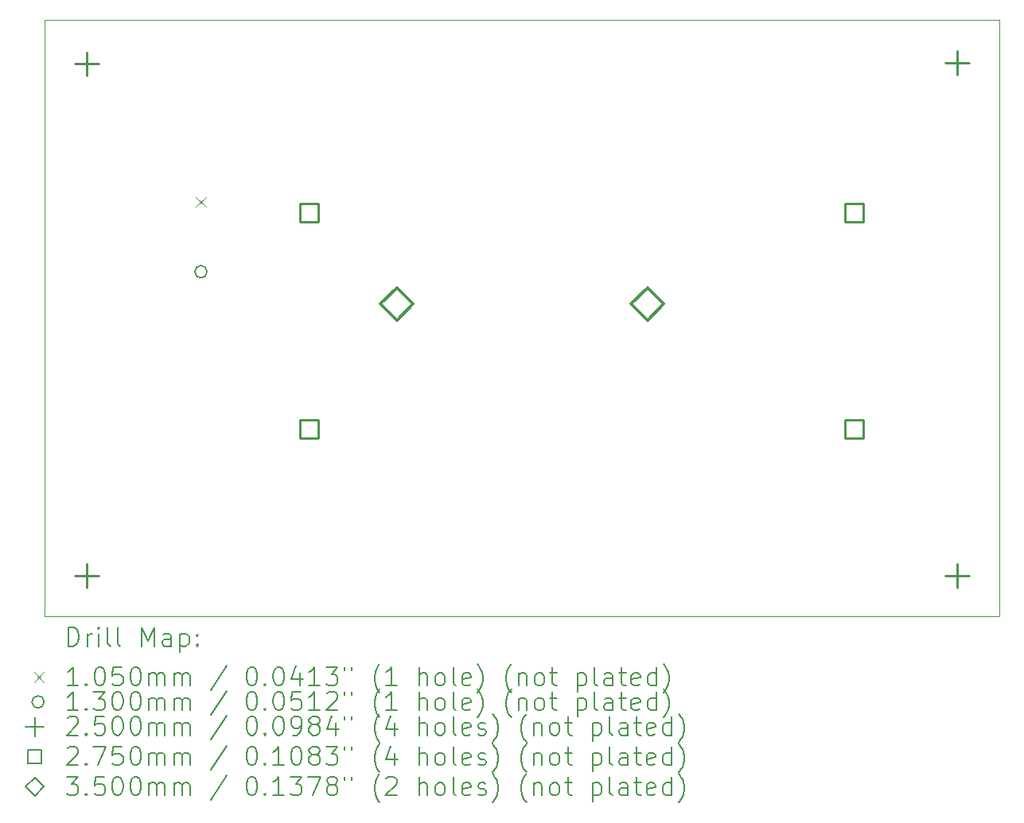
<source format=gbr>
%TF.GenerationSoftware,KiCad,Pcbnew,(6.0.7-1)-1*%
%TF.CreationDate,2023-01-09T19:50:46-06:00*%
%TF.ProjectId,Neutro_v1,4e657574-726f-45f7-9631-2e6b69636164,v1*%
%TF.SameCoordinates,Original*%
%TF.FileFunction,Drillmap*%
%TF.FilePolarity,Positive*%
%FSLAX45Y45*%
G04 Gerber Fmt 4.5, Leading zero omitted, Abs format (unit mm)*
G04 Created by KiCad (PCBNEW (6.0.7-1)-1) date 2023-01-09 19:50:46*
%MOMM*%
%LPD*%
G01*
G04 APERTURE LIST*
%ADD10C,0.100000*%
%ADD11C,0.200000*%
%ADD12C,0.105000*%
%ADD13C,0.130000*%
%ADD14C,0.250000*%
%ADD15C,0.275000*%
%ADD16C,0.350000*%
G04 APERTURE END LIST*
D10*
X10160000Y-6985000D02*
X20320000Y-6985000D01*
X20320000Y-6985000D02*
X20320000Y-13335000D01*
X20320000Y-13335000D02*
X10160000Y-13335000D01*
X10160000Y-13335000D02*
X10160000Y-6985000D01*
D11*
D12*
X11771200Y-8866210D02*
X11876200Y-8971210D01*
X11876200Y-8866210D02*
X11771200Y-8971210D01*
D13*
X11888700Y-9663710D02*
G75*
G03*
X11888700Y-9663710I-65000J0D01*
G01*
D14*
X10610000Y-7325000D02*
X10610000Y-7575000D01*
X10485000Y-7450000D02*
X10735000Y-7450000D01*
X10610000Y-12775000D02*
X10610000Y-13025000D01*
X10485000Y-12900000D02*
X10735000Y-12900000D01*
X19870000Y-7315000D02*
X19870000Y-7565000D01*
X19745000Y-7440000D02*
X19995000Y-7440000D01*
X19870000Y-12775000D02*
X19870000Y-13025000D01*
X19745000Y-12900000D02*
X19995000Y-12900000D01*
D15*
X13072228Y-9133028D02*
X13072228Y-8938572D01*
X12877772Y-8938572D01*
X12877772Y-9133028D01*
X13072228Y-9133028D01*
X13072228Y-11433028D02*
X13072228Y-11238572D01*
X12877772Y-11238572D01*
X12877772Y-11433028D01*
X13072228Y-11433028D01*
X18872228Y-9133028D02*
X18872228Y-8938572D01*
X18677772Y-8938572D01*
X18677772Y-9133028D01*
X18872228Y-9133028D01*
X18872228Y-11433028D02*
X18872228Y-11238572D01*
X18677772Y-11238572D01*
X18677772Y-11433028D01*
X18872228Y-11433028D01*
D16*
X13906500Y-10182600D02*
X14081500Y-10007600D01*
X13906500Y-9832600D01*
X13731500Y-10007600D01*
X13906500Y-10182600D01*
X16573500Y-10182600D02*
X16748500Y-10007600D01*
X16573500Y-9832600D01*
X16398500Y-10007600D01*
X16573500Y-10182600D01*
D11*
X10412619Y-13650476D02*
X10412619Y-13450476D01*
X10460238Y-13450476D01*
X10488810Y-13460000D01*
X10507857Y-13479048D01*
X10517381Y-13498095D01*
X10526905Y-13536190D01*
X10526905Y-13564762D01*
X10517381Y-13602857D01*
X10507857Y-13621905D01*
X10488810Y-13640952D01*
X10460238Y-13650476D01*
X10412619Y-13650476D01*
X10612619Y-13650476D02*
X10612619Y-13517143D01*
X10612619Y-13555238D02*
X10622143Y-13536190D01*
X10631667Y-13526667D01*
X10650714Y-13517143D01*
X10669762Y-13517143D01*
X10736429Y-13650476D02*
X10736429Y-13517143D01*
X10736429Y-13450476D02*
X10726905Y-13460000D01*
X10736429Y-13469524D01*
X10745952Y-13460000D01*
X10736429Y-13450476D01*
X10736429Y-13469524D01*
X10860238Y-13650476D02*
X10841190Y-13640952D01*
X10831667Y-13621905D01*
X10831667Y-13450476D01*
X10965000Y-13650476D02*
X10945952Y-13640952D01*
X10936429Y-13621905D01*
X10936429Y-13450476D01*
X11193571Y-13650476D02*
X11193571Y-13450476D01*
X11260238Y-13593333D01*
X11326905Y-13450476D01*
X11326905Y-13650476D01*
X11507857Y-13650476D02*
X11507857Y-13545714D01*
X11498333Y-13526667D01*
X11479286Y-13517143D01*
X11441190Y-13517143D01*
X11422143Y-13526667D01*
X11507857Y-13640952D02*
X11488809Y-13650476D01*
X11441190Y-13650476D01*
X11422143Y-13640952D01*
X11412619Y-13621905D01*
X11412619Y-13602857D01*
X11422143Y-13583809D01*
X11441190Y-13574286D01*
X11488809Y-13574286D01*
X11507857Y-13564762D01*
X11603095Y-13517143D02*
X11603095Y-13717143D01*
X11603095Y-13526667D02*
X11622143Y-13517143D01*
X11660238Y-13517143D01*
X11679286Y-13526667D01*
X11688809Y-13536190D01*
X11698333Y-13555238D01*
X11698333Y-13612381D01*
X11688809Y-13631428D01*
X11679286Y-13640952D01*
X11660238Y-13650476D01*
X11622143Y-13650476D01*
X11603095Y-13640952D01*
X11784048Y-13631428D02*
X11793571Y-13640952D01*
X11784048Y-13650476D01*
X11774524Y-13640952D01*
X11784048Y-13631428D01*
X11784048Y-13650476D01*
X11784048Y-13526667D02*
X11793571Y-13536190D01*
X11784048Y-13545714D01*
X11774524Y-13536190D01*
X11784048Y-13526667D01*
X11784048Y-13545714D01*
D12*
X10050000Y-13927500D02*
X10155000Y-14032500D01*
X10155000Y-13927500D02*
X10050000Y-14032500D01*
D11*
X10517381Y-14070476D02*
X10403095Y-14070476D01*
X10460238Y-14070476D02*
X10460238Y-13870476D01*
X10441190Y-13899048D01*
X10422143Y-13918095D01*
X10403095Y-13927619D01*
X10603095Y-14051428D02*
X10612619Y-14060952D01*
X10603095Y-14070476D01*
X10593571Y-14060952D01*
X10603095Y-14051428D01*
X10603095Y-14070476D01*
X10736429Y-13870476D02*
X10755476Y-13870476D01*
X10774524Y-13880000D01*
X10784048Y-13889524D01*
X10793571Y-13908571D01*
X10803095Y-13946667D01*
X10803095Y-13994286D01*
X10793571Y-14032381D01*
X10784048Y-14051428D01*
X10774524Y-14060952D01*
X10755476Y-14070476D01*
X10736429Y-14070476D01*
X10717381Y-14060952D01*
X10707857Y-14051428D01*
X10698333Y-14032381D01*
X10688810Y-13994286D01*
X10688810Y-13946667D01*
X10698333Y-13908571D01*
X10707857Y-13889524D01*
X10717381Y-13880000D01*
X10736429Y-13870476D01*
X10984048Y-13870476D02*
X10888810Y-13870476D01*
X10879286Y-13965714D01*
X10888810Y-13956190D01*
X10907857Y-13946667D01*
X10955476Y-13946667D01*
X10974524Y-13956190D01*
X10984048Y-13965714D01*
X10993571Y-13984762D01*
X10993571Y-14032381D01*
X10984048Y-14051428D01*
X10974524Y-14060952D01*
X10955476Y-14070476D01*
X10907857Y-14070476D01*
X10888810Y-14060952D01*
X10879286Y-14051428D01*
X11117381Y-13870476D02*
X11136429Y-13870476D01*
X11155476Y-13880000D01*
X11165000Y-13889524D01*
X11174524Y-13908571D01*
X11184048Y-13946667D01*
X11184048Y-13994286D01*
X11174524Y-14032381D01*
X11165000Y-14051428D01*
X11155476Y-14060952D01*
X11136429Y-14070476D01*
X11117381Y-14070476D01*
X11098333Y-14060952D01*
X11088810Y-14051428D01*
X11079286Y-14032381D01*
X11069762Y-13994286D01*
X11069762Y-13946667D01*
X11079286Y-13908571D01*
X11088810Y-13889524D01*
X11098333Y-13880000D01*
X11117381Y-13870476D01*
X11269762Y-14070476D02*
X11269762Y-13937143D01*
X11269762Y-13956190D02*
X11279286Y-13946667D01*
X11298333Y-13937143D01*
X11326905Y-13937143D01*
X11345952Y-13946667D01*
X11355476Y-13965714D01*
X11355476Y-14070476D01*
X11355476Y-13965714D02*
X11365000Y-13946667D01*
X11384048Y-13937143D01*
X11412619Y-13937143D01*
X11431667Y-13946667D01*
X11441190Y-13965714D01*
X11441190Y-14070476D01*
X11536428Y-14070476D02*
X11536428Y-13937143D01*
X11536428Y-13956190D02*
X11545952Y-13946667D01*
X11565000Y-13937143D01*
X11593571Y-13937143D01*
X11612619Y-13946667D01*
X11622143Y-13965714D01*
X11622143Y-14070476D01*
X11622143Y-13965714D02*
X11631667Y-13946667D01*
X11650714Y-13937143D01*
X11679286Y-13937143D01*
X11698333Y-13946667D01*
X11707857Y-13965714D01*
X11707857Y-14070476D01*
X12098333Y-13860952D02*
X11926905Y-14118095D01*
X12355476Y-13870476D02*
X12374524Y-13870476D01*
X12393571Y-13880000D01*
X12403095Y-13889524D01*
X12412619Y-13908571D01*
X12422143Y-13946667D01*
X12422143Y-13994286D01*
X12412619Y-14032381D01*
X12403095Y-14051428D01*
X12393571Y-14060952D01*
X12374524Y-14070476D01*
X12355476Y-14070476D01*
X12336428Y-14060952D01*
X12326905Y-14051428D01*
X12317381Y-14032381D01*
X12307857Y-13994286D01*
X12307857Y-13946667D01*
X12317381Y-13908571D01*
X12326905Y-13889524D01*
X12336428Y-13880000D01*
X12355476Y-13870476D01*
X12507857Y-14051428D02*
X12517381Y-14060952D01*
X12507857Y-14070476D01*
X12498333Y-14060952D01*
X12507857Y-14051428D01*
X12507857Y-14070476D01*
X12641190Y-13870476D02*
X12660238Y-13870476D01*
X12679286Y-13880000D01*
X12688809Y-13889524D01*
X12698333Y-13908571D01*
X12707857Y-13946667D01*
X12707857Y-13994286D01*
X12698333Y-14032381D01*
X12688809Y-14051428D01*
X12679286Y-14060952D01*
X12660238Y-14070476D01*
X12641190Y-14070476D01*
X12622143Y-14060952D01*
X12612619Y-14051428D01*
X12603095Y-14032381D01*
X12593571Y-13994286D01*
X12593571Y-13946667D01*
X12603095Y-13908571D01*
X12612619Y-13889524D01*
X12622143Y-13880000D01*
X12641190Y-13870476D01*
X12879286Y-13937143D02*
X12879286Y-14070476D01*
X12831667Y-13860952D02*
X12784048Y-14003809D01*
X12907857Y-14003809D01*
X13088809Y-14070476D02*
X12974524Y-14070476D01*
X13031667Y-14070476D02*
X13031667Y-13870476D01*
X13012619Y-13899048D01*
X12993571Y-13918095D01*
X12974524Y-13927619D01*
X13155476Y-13870476D02*
X13279286Y-13870476D01*
X13212619Y-13946667D01*
X13241190Y-13946667D01*
X13260238Y-13956190D01*
X13269762Y-13965714D01*
X13279286Y-13984762D01*
X13279286Y-14032381D01*
X13269762Y-14051428D01*
X13260238Y-14060952D01*
X13241190Y-14070476D01*
X13184048Y-14070476D01*
X13165000Y-14060952D01*
X13155476Y-14051428D01*
X13355476Y-13870476D02*
X13355476Y-13908571D01*
X13431667Y-13870476D02*
X13431667Y-13908571D01*
X13726905Y-14146667D02*
X13717381Y-14137143D01*
X13698333Y-14108571D01*
X13688809Y-14089524D01*
X13679286Y-14060952D01*
X13669762Y-14013333D01*
X13669762Y-13975238D01*
X13679286Y-13927619D01*
X13688809Y-13899048D01*
X13698333Y-13880000D01*
X13717381Y-13851428D01*
X13726905Y-13841905D01*
X13907857Y-14070476D02*
X13793571Y-14070476D01*
X13850714Y-14070476D02*
X13850714Y-13870476D01*
X13831667Y-13899048D01*
X13812619Y-13918095D01*
X13793571Y-13927619D01*
X14145952Y-14070476D02*
X14145952Y-13870476D01*
X14231667Y-14070476D02*
X14231667Y-13965714D01*
X14222143Y-13946667D01*
X14203095Y-13937143D01*
X14174524Y-13937143D01*
X14155476Y-13946667D01*
X14145952Y-13956190D01*
X14355476Y-14070476D02*
X14336428Y-14060952D01*
X14326905Y-14051428D01*
X14317381Y-14032381D01*
X14317381Y-13975238D01*
X14326905Y-13956190D01*
X14336428Y-13946667D01*
X14355476Y-13937143D01*
X14384048Y-13937143D01*
X14403095Y-13946667D01*
X14412619Y-13956190D01*
X14422143Y-13975238D01*
X14422143Y-14032381D01*
X14412619Y-14051428D01*
X14403095Y-14060952D01*
X14384048Y-14070476D01*
X14355476Y-14070476D01*
X14536428Y-14070476D02*
X14517381Y-14060952D01*
X14507857Y-14041905D01*
X14507857Y-13870476D01*
X14688809Y-14060952D02*
X14669762Y-14070476D01*
X14631667Y-14070476D01*
X14612619Y-14060952D01*
X14603095Y-14041905D01*
X14603095Y-13965714D01*
X14612619Y-13946667D01*
X14631667Y-13937143D01*
X14669762Y-13937143D01*
X14688809Y-13946667D01*
X14698333Y-13965714D01*
X14698333Y-13984762D01*
X14603095Y-14003809D01*
X14765000Y-14146667D02*
X14774524Y-14137143D01*
X14793571Y-14108571D01*
X14803095Y-14089524D01*
X14812619Y-14060952D01*
X14822143Y-14013333D01*
X14822143Y-13975238D01*
X14812619Y-13927619D01*
X14803095Y-13899048D01*
X14793571Y-13880000D01*
X14774524Y-13851428D01*
X14765000Y-13841905D01*
X15126905Y-14146667D02*
X15117381Y-14137143D01*
X15098333Y-14108571D01*
X15088809Y-14089524D01*
X15079286Y-14060952D01*
X15069762Y-14013333D01*
X15069762Y-13975238D01*
X15079286Y-13927619D01*
X15088809Y-13899048D01*
X15098333Y-13880000D01*
X15117381Y-13851428D01*
X15126905Y-13841905D01*
X15203095Y-13937143D02*
X15203095Y-14070476D01*
X15203095Y-13956190D02*
X15212619Y-13946667D01*
X15231667Y-13937143D01*
X15260238Y-13937143D01*
X15279286Y-13946667D01*
X15288809Y-13965714D01*
X15288809Y-14070476D01*
X15412619Y-14070476D02*
X15393571Y-14060952D01*
X15384048Y-14051428D01*
X15374524Y-14032381D01*
X15374524Y-13975238D01*
X15384048Y-13956190D01*
X15393571Y-13946667D01*
X15412619Y-13937143D01*
X15441190Y-13937143D01*
X15460238Y-13946667D01*
X15469762Y-13956190D01*
X15479286Y-13975238D01*
X15479286Y-14032381D01*
X15469762Y-14051428D01*
X15460238Y-14060952D01*
X15441190Y-14070476D01*
X15412619Y-14070476D01*
X15536428Y-13937143D02*
X15612619Y-13937143D01*
X15565000Y-13870476D02*
X15565000Y-14041905D01*
X15574524Y-14060952D01*
X15593571Y-14070476D01*
X15612619Y-14070476D01*
X15831667Y-13937143D02*
X15831667Y-14137143D01*
X15831667Y-13946667D02*
X15850714Y-13937143D01*
X15888809Y-13937143D01*
X15907857Y-13946667D01*
X15917381Y-13956190D01*
X15926905Y-13975238D01*
X15926905Y-14032381D01*
X15917381Y-14051428D01*
X15907857Y-14060952D01*
X15888809Y-14070476D01*
X15850714Y-14070476D01*
X15831667Y-14060952D01*
X16041190Y-14070476D02*
X16022143Y-14060952D01*
X16012619Y-14041905D01*
X16012619Y-13870476D01*
X16203095Y-14070476D02*
X16203095Y-13965714D01*
X16193571Y-13946667D01*
X16174524Y-13937143D01*
X16136428Y-13937143D01*
X16117381Y-13946667D01*
X16203095Y-14060952D02*
X16184048Y-14070476D01*
X16136428Y-14070476D01*
X16117381Y-14060952D01*
X16107857Y-14041905D01*
X16107857Y-14022857D01*
X16117381Y-14003809D01*
X16136428Y-13994286D01*
X16184048Y-13994286D01*
X16203095Y-13984762D01*
X16269762Y-13937143D02*
X16345952Y-13937143D01*
X16298333Y-13870476D02*
X16298333Y-14041905D01*
X16307857Y-14060952D01*
X16326905Y-14070476D01*
X16345952Y-14070476D01*
X16488809Y-14060952D02*
X16469762Y-14070476D01*
X16431667Y-14070476D01*
X16412619Y-14060952D01*
X16403095Y-14041905D01*
X16403095Y-13965714D01*
X16412619Y-13946667D01*
X16431667Y-13937143D01*
X16469762Y-13937143D01*
X16488809Y-13946667D01*
X16498333Y-13965714D01*
X16498333Y-13984762D01*
X16403095Y-14003809D01*
X16669762Y-14070476D02*
X16669762Y-13870476D01*
X16669762Y-14060952D02*
X16650714Y-14070476D01*
X16612619Y-14070476D01*
X16593571Y-14060952D01*
X16584048Y-14051428D01*
X16574524Y-14032381D01*
X16574524Y-13975238D01*
X16584048Y-13956190D01*
X16593571Y-13946667D01*
X16612619Y-13937143D01*
X16650714Y-13937143D01*
X16669762Y-13946667D01*
X16745952Y-14146667D02*
X16755476Y-14137143D01*
X16774524Y-14108571D01*
X16784048Y-14089524D01*
X16793571Y-14060952D01*
X16803095Y-14013333D01*
X16803095Y-13975238D01*
X16793571Y-13927619D01*
X16784048Y-13899048D01*
X16774524Y-13880000D01*
X16755476Y-13851428D01*
X16745952Y-13841905D01*
D13*
X10155000Y-14244000D02*
G75*
G03*
X10155000Y-14244000I-65000J0D01*
G01*
D11*
X10517381Y-14334476D02*
X10403095Y-14334476D01*
X10460238Y-14334476D02*
X10460238Y-14134476D01*
X10441190Y-14163048D01*
X10422143Y-14182095D01*
X10403095Y-14191619D01*
X10603095Y-14315428D02*
X10612619Y-14324952D01*
X10603095Y-14334476D01*
X10593571Y-14324952D01*
X10603095Y-14315428D01*
X10603095Y-14334476D01*
X10679286Y-14134476D02*
X10803095Y-14134476D01*
X10736429Y-14210667D01*
X10765000Y-14210667D01*
X10784048Y-14220190D01*
X10793571Y-14229714D01*
X10803095Y-14248762D01*
X10803095Y-14296381D01*
X10793571Y-14315428D01*
X10784048Y-14324952D01*
X10765000Y-14334476D01*
X10707857Y-14334476D01*
X10688810Y-14324952D01*
X10679286Y-14315428D01*
X10926905Y-14134476D02*
X10945952Y-14134476D01*
X10965000Y-14144000D01*
X10974524Y-14153524D01*
X10984048Y-14172571D01*
X10993571Y-14210667D01*
X10993571Y-14258286D01*
X10984048Y-14296381D01*
X10974524Y-14315428D01*
X10965000Y-14324952D01*
X10945952Y-14334476D01*
X10926905Y-14334476D01*
X10907857Y-14324952D01*
X10898333Y-14315428D01*
X10888810Y-14296381D01*
X10879286Y-14258286D01*
X10879286Y-14210667D01*
X10888810Y-14172571D01*
X10898333Y-14153524D01*
X10907857Y-14144000D01*
X10926905Y-14134476D01*
X11117381Y-14134476D02*
X11136429Y-14134476D01*
X11155476Y-14144000D01*
X11165000Y-14153524D01*
X11174524Y-14172571D01*
X11184048Y-14210667D01*
X11184048Y-14258286D01*
X11174524Y-14296381D01*
X11165000Y-14315428D01*
X11155476Y-14324952D01*
X11136429Y-14334476D01*
X11117381Y-14334476D01*
X11098333Y-14324952D01*
X11088810Y-14315428D01*
X11079286Y-14296381D01*
X11069762Y-14258286D01*
X11069762Y-14210667D01*
X11079286Y-14172571D01*
X11088810Y-14153524D01*
X11098333Y-14144000D01*
X11117381Y-14134476D01*
X11269762Y-14334476D02*
X11269762Y-14201143D01*
X11269762Y-14220190D02*
X11279286Y-14210667D01*
X11298333Y-14201143D01*
X11326905Y-14201143D01*
X11345952Y-14210667D01*
X11355476Y-14229714D01*
X11355476Y-14334476D01*
X11355476Y-14229714D02*
X11365000Y-14210667D01*
X11384048Y-14201143D01*
X11412619Y-14201143D01*
X11431667Y-14210667D01*
X11441190Y-14229714D01*
X11441190Y-14334476D01*
X11536428Y-14334476D02*
X11536428Y-14201143D01*
X11536428Y-14220190D02*
X11545952Y-14210667D01*
X11565000Y-14201143D01*
X11593571Y-14201143D01*
X11612619Y-14210667D01*
X11622143Y-14229714D01*
X11622143Y-14334476D01*
X11622143Y-14229714D02*
X11631667Y-14210667D01*
X11650714Y-14201143D01*
X11679286Y-14201143D01*
X11698333Y-14210667D01*
X11707857Y-14229714D01*
X11707857Y-14334476D01*
X12098333Y-14124952D02*
X11926905Y-14382095D01*
X12355476Y-14134476D02*
X12374524Y-14134476D01*
X12393571Y-14144000D01*
X12403095Y-14153524D01*
X12412619Y-14172571D01*
X12422143Y-14210667D01*
X12422143Y-14258286D01*
X12412619Y-14296381D01*
X12403095Y-14315428D01*
X12393571Y-14324952D01*
X12374524Y-14334476D01*
X12355476Y-14334476D01*
X12336428Y-14324952D01*
X12326905Y-14315428D01*
X12317381Y-14296381D01*
X12307857Y-14258286D01*
X12307857Y-14210667D01*
X12317381Y-14172571D01*
X12326905Y-14153524D01*
X12336428Y-14144000D01*
X12355476Y-14134476D01*
X12507857Y-14315428D02*
X12517381Y-14324952D01*
X12507857Y-14334476D01*
X12498333Y-14324952D01*
X12507857Y-14315428D01*
X12507857Y-14334476D01*
X12641190Y-14134476D02*
X12660238Y-14134476D01*
X12679286Y-14144000D01*
X12688809Y-14153524D01*
X12698333Y-14172571D01*
X12707857Y-14210667D01*
X12707857Y-14258286D01*
X12698333Y-14296381D01*
X12688809Y-14315428D01*
X12679286Y-14324952D01*
X12660238Y-14334476D01*
X12641190Y-14334476D01*
X12622143Y-14324952D01*
X12612619Y-14315428D01*
X12603095Y-14296381D01*
X12593571Y-14258286D01*
X12593571Y-14210667D01*
X12603095Y-14172571D01*
X12612619Y-14153524D01*
X12622143Y-14144000D01*
X12641190Y-14134476D01*
X12888809Y-14134476D02*
X12793571Y-14134476D01*
X12784048Y-14229714D01*
X12793571Y-14220190D01*
X12812619Y-14210667D01*
X12860238Y-14210667D01*
X12879286Y-14220190D01*
X12888809Y-14229714D01*
X12898333Y-14248762D01*
X12898333Y-14296381D01*
X12888809Y-14315428D01*
X12879286Y-14324952D01*
X12860238Y-14334476D01*
X12812619Y-14334476D01*
X12793571Y-14324952D01*
X12784048Y-14315428D01*
X13088809Y-14334476D02*
X12974524Y-14334476D01*
X13031667Y-14334476D02*
X13031667Y-14134476D01*
X13012619Y-14163048D01*
X12993571Y-14182095D01*
X12974524Y-14191619D01*
X13165000Y-14153524D02*
X13174524Y-14144000D01*
X13193571Y-14134476D01*
X13241190Y-14134476D01*
X13260238Y-14144000D01*
X13269762Y-14153524D01*
X13279286Y-14172571D01*
X13279286Y-14191619D01*
X13269762Y-14220190D01*
X13155476Y-14334476D01*
X13279286Y-14334476D01*
X13355476Y-14134476D02*
X13355476Y-14172571D01*
X13431667Y-14134476D02*
X13431667Y-14172571D01*
X13726905Y-14410667D02*
X13717381Y-14401143D01*
X13698333Y-14372571D01*
X13688809Y-14353524D01*
X13679286Y-14324952D01*
X13669762Y-14277333D01*
X13669762Y-14239238D01*
X13679286Y-14191619D01*
X13688809Y-14163048D01*
X13698333Y-14144000D01*
X13717381Y-14115428D01*
X13726905Y-14105905D01*
X13907857Y-14334476D02*
X13793571Y-14334476D01*
X13850714Y-14334476D02*
X13850714Y-14134476D01*
X13831667Y-14163048D01*
X13812619Y-14182095D01*
X13793571Y-14191619D01*
X14145952Y-14334476D02*
X14145952Y-14134476D01*
X14231667Y-14334476D02*
X14231667Y-14229714D01*
X14222143Y-14210667D01*
X14203095Y-14201143D01*
X14174524Y-14201143D01*
X14155476Y-14210667D01*
X14145952Y-14220190D01*
X14355476Y-14334476D02*
X14336428Y-14324952D01*
X14326905Y-14315428D01*
X14317381Y-14296381D01*
X14317381Y-14239238D01*
X14326905Y-14220190D01*
X14336428Y-14210667D01*
X14355476Y-14201143D01*
X14384048Y-14201143D01*
X14403095Y-14210667D01*
X14412619Y-14220190D01*
X14422143Y-14239238D01*
X14422143Y-14296381D01*
X14412619Y-14315428D01*
X14403095Y-14324952D01*
X14384048Y-14334476D01*
X14355476Y-14334476D01*
X14536428Y-14334476D02*
X14517381Y-14324952D01*
X14507857Y-14305905D01*
X14507857Y-14134476D01*
X14688809Y-14324952D02*
X14669762Y-14334476D01*
X14631667Y-14334476D01*
X14612619Y-14324952D01*
X14603095Y-14305905D01*
X14603095Y-14229714D01*
X14612619Y-14210667D01*
X14631667Y-14201143D01*
X14669762Y-14201143D01*
X14688809Y-14210667D01*
X14698333Y-14229714D01*
X14698333Y-14248762D01*
X14603095Y-14267809D01*
X14765000Y-14410667D02*
X14774524Y-14401143D01*
X14793571Y-14372571D01*
X14803095Y-14353524D01*
X14812619Y-14324952D01*
X14822143Y-14277333D01*
X14822143Y-14239238D01*
X14812619Y-14191619D01*
X14803095Y-14163048D01*
X14793571Y-14144000D01*
X14774524Y-14115428D01*
X14765000Y-14105905D01*
X15126905Y-14410667D02*
X15117381Y-14401143D01*
X15098333Y-14372571D01*
X15088809Y-14353524D01*
X15079286Y-14324952D01*
X15069762Y-14277333D01*
X15069762Y-14239238D01*
X15079286Y-14191619D01*
X15088809Y-14163048D01*
X15098333Y-14144000D01*
X15117381Y-14115428D01*
X15126905Y-14105905D01*
X15203095Y-14201143D02*
X15203095Y-14334476D01*
X15203095Y-14220190D02*
X15212619Y-14210667D01*
X15231667Y-14201143D01*
X15260238Y-14201143D01*
X15279286Y-14210667D01*
X15288809Y-14229714D01*
X15288809Y-14334476D01*
X15412619Y-14334476D02*
X15393571Y-14324952D01*
X15384048Y-14315428D01*
X15374524Y-14296381D01*
X15374524Y-14239238D01*
X15384048Y-14220190D01*
X15393571Y-14210667D01*
X15412619Y-14201143D01*
X15441190Y-14201143D01*
X15460238Y-14210667D01*
X15469762Y-14220190D01*
X15479286Y-14239238D01*
X15479286Y-14296381D01*
X15469762Y-14315428D01*
X15460238Y-14324952D01*
X15441190Y-14334476D01*
X15412619Y-14334476D01*
X15536428Y-14201143D02*
X15612619Y-14201143D01*
X15565000Y-14134476D02*
X15565000Y-14305905D01*
X15574524Y-14324952D01*
X15593571Y-14334476D01*
X15612619Y-14334476D01*
X15831667Y-14201143D02*
X15831667Y-14401143D01*
X15831667Y-14210667D02*
X15850714Y-14201143D01*
X15888809Y-14201143D01*
X15907857Y-14210667D01*
X15917381Y-14220190D01*
X15926905Y-14239238D01*
X15926905Y-14296381D01*
X15917381Y-14315428D01*
X15907857Y-14324952D01*
X15888809Y-14334476D01*
X15850714Y-14334476D01*
X15831667Y-14324952D01*
X16041190Y-14334476D02*
X16022143Y-14324952D01*
X16012619Y-14305905D01*
X16012619Y-14134476D01*
X16203095Y-14334476D02*
X16203095Y-14229714D01*
X16193571Y-14210667D01*
X16174524Y-14201143D01*
X16136428Y-14201143D01*
X16117381Y-14210667D01*
X16203095Y-14324952D02*
X16184048Y-14334476D01*
X16136428Y-14334476D01*
X16117381Y-14324952D01*
X16107857Y-14305905D01*
X16107857Y-14286857D01*
X16117381Y-14267809D01*
X16136428Y-14258286D01*
X16184048Y-14258286D01*
X16203095Y-14248762D01*
X16269762Y-14201143D02*
X16345952Y-14201143D01*
X16298333Y-14134476D02*
X16298333Y-14305905D01*
X16307857Y-14324952D01*
X16326905Y-14334476D01*
X16345952Y-14334476D01*
X16488809Y-14324952D02*
X16469762Y-14334476D01*
X16431667Y-14334476D01*
X16412619Y-14324952D01*
X16403095Y-14305905D01*
X16403095Y-14229714D01*
X16412619Y-14210667D01*
X16431667Y-14201143D01*
X16469762Y-14201143D01*
X16488809Y-14210667D01*
X16498333Y-14229714D01*
X16498333Y-14248762D01*
X16403095Y-14267809D01*
X16669762Y-14334476D02*
X16669762Y-14134476D01*
X16669762Y-14324952D02*
X16650714Y-14334476D01*
X16612619Y-14334476D01*
X16593571Y-14324952D01*
X16584048Y-14315428D01*
X16574524Y-14296381D01*
X16574524Y-14239238D01*
X16584048Y-14220190D01*
X16593571Y-14210667D01*
X16612619Y-14201143D01*
X16650714Y-14201143D01*
X16669762Y-14210667D01*
X16745952Y-14410667D02*
X16755476Y-14401143D01*
X16774524Y-14372571D01*
X16784048Y-14353524D01*
X16793571Y-14324952D01*
X16803095Y-14277333D01*
X16803095Y-14239238D01*
X16793571Y-14191619D01*
X16784048Y-14163048D01*
X16774524Y-14144000D01*
X16755476Y-14115428D01*
X16745952Y-14105905D01*
X10055000Y-14408000D02*
X10055000Y-14608000D01*
X9955000Y-14508000D02*
X10155000Y-14508000D01*
X10403095Y-14417524D02*
X10412619Y-14408000D01*
X10431667Y-14398476D01*
X10479286Y-14398476D01*
X10498333Y-14408000D01*
X10507857Y-14417524D01*
X10517381Y-14436571D01*
X10517381Y-14455619D01*
X10507857Y-14484190D01*
X10393571Y-14598476D01*
X10517381Y-14598476D01*
X10603095Y-14579428D02*
X10612619Y-14588952D01*
X10603095Y-14598476D01*
X10593571Y-14588952D01*
X10603095Y-14579428D01*
X10603095Y-14598476D01*
X10793571Y-14398476D02*
X10698333Y-14398476D01*
X10688810Y-14493714D01*
X10698333Y-14484190D01*
X10717381Y-14474667D01*
X10765000Y-14474667D01*
X10784048Y-14484190D01*
X10793571Y-14493714D01*
X10803095Y-14512762D01*
X10803095Y-14560381D01*
X10793571Y-14579428D01*
X10784048Y-14588952D01*
X10765000Y-14598476D01*
X10717381Y-14598476D01*
X10698333Y-14588952D01*
X10688810Y-14579428D01*
X10926905Y-14398476D02*
X10945952Y-14398476D01*
X10965000Y-14408000D01*
X10974524Y-14417524D01*
X10984048Y-14436571D01*
X10993571Y-14474667D01*
X10993571Y-14522286D01*
X10984048Y-14560381D01*
X10974524Y-14579428D01*
X10965000Y-14588952D01*
X10945952Y-14598476D01*
X10926905Y-14598476D01*
X10907857Y-14588952D01*
X10898333Y-14579428D01*
X10888810Y-14560381D01*
X10879286Y-14522286D01*
X10879286Y-14474667D01*
X10888810Y-14436571D01*
X10898333Y-14417524D01*
X10907857Y-14408000D01*
X10926905Y-14398476D01*
X11117381Y-14398476D02*
X11136429Y-14398476D01*
X11155476Y-14408000D01*
X11165000Y-14417524D01*
X11174524Y-14436571D01*
X11184048Y-14474667D01*
X11184048Y-14522286D01*
X11174524Y-14560381D01*
X11165000Y-14579428D01*
X11155476Y-14588952D01*
X11136429Y-14598476D01*
X11117381Y-14598476D01*
X11098333Y-14588952D01*
X11088810Y-14579428D01*
X11079286Y-14560381D01*
X11069762Y-14522286D01*
X11069762Y-14474667D01*
X11079286Y-14436571D01*
X11088810Y-14417524D01*
X11098333Y-14408000D01*
X11117381Y-14398476D01*
X11269762Y-14598476D02*
X11269762Y-14465143D01*
X11269762Y-14484190D02*
X11279286Y-14474667D01*
X11298333Y-14465143D01*
X11326905Y-14465143D01*
X11345952Y-14474667D01*
X11355476Y-14493714D01*
X11355476Y-14598476D01*
X11355476Y-14493714D02*
X11365000Y-14474667D01*
X11384048Y-14465143D01*
X11412619Y-14465143D01*
X11431667Y-14474667D01*
X11441190Y-14493714D01*
X11441190Y-14598476D01*
X11536428Y-14598476D02*
X11536428Y-14465143D01*
X11536428Y-14484190D02*
X11545952Y-14474667D01*
X11565000Y-14465143D01*
X11593571Y-14465143D01*
X11612619Y-14474667D01*
X11622143Y-14493714D01*
X11622143Y-14598476D01*
X11622143Y-14493714D02*
X11631667Y-14474667D01*
X11650714Y-14465143D01*
X11679286Y-14465143D01*
X11698333Y-14474667D01*
X11707857Y-14493714D01*
X11707857Y-14598476D01*
X12098333Y-14388952D02*
X11926905Y-14646095D01*
X12355476Y-14398476D02*
X12374524Y-14398476D01*
X12393571Y-14408000D01*
X12403095Y-14417524D01*
X12412619Y-14436571D01*
X12422143Y-14474667D01*
X12422143Y-14522286D01*
X12412619Y-14560381D01*
X12403095Y-14579428D01*
X12393571Y-14588952D01*
X12374524Y-14598476D01*
X12355476Y-14598476D01*
X12336428Y-14588952D01*
X12326905Y-14579428D01*
X12317381Y-14560381D01*
X12307857Y-14522286D01*
X12307857Y-14474667D01*
X12317381Y-14436571D01*
X12326905Y-14417524D01*
X12336428Y-14408000D01*
X12355476Y-14398476D01*
X12507857Y-14579428D02*
X12517381Y-14588952D01*
X12507857Y-14598476D01*
X12498333Y-14588952D01*
X12507857Y-14579428D01*
X12507857Y-14598476D01*
X12641190Y-14398476D02*
X12660238Y-14398476D01*
X12679286Y-14408000D01*
X12688809Y-14417524D01*
X12698333Y-14436571D01*
X12707857Y-14474667D01*
X12707857Y-14522286D01*
X12698333Y-14560381D01*
X12688809Y-14579428D01*
X12679286Y-14588952D01*
X12660238Y-14598476D01*
X12641190Y-14598476D01*
X12622143Y-14588952D01*
X12612619Y-14579428D01*
X12603095Y-14560381D01*
X12593571Y-14522286D01*
X12593571Y-14474667D01*
X12603095Y-14436571D01*
X12612619Y-14417524D01*
X12622143Y-14408000D01*
X12641190Y-14398476D01*
X12803095Y-14598476D02*
X12841190Y-14598476D01*
X12860238Y-14588952D01*
X12869762Y-14579428D01*
X12888809Y-14550857D01*
X12898333Y-14512762D01*
X12898333Y-14436571D01*
X12888809Y-14417524D01*
X12879286Y-14408000D01*
X12860238Y-14398476D01*
X12822143Y-14398476D01*
X12803095Y-14408000D01*
X12793571Y-14417524D01*
X12784048Y-14436571D01*
X12784048Y-14484190D01*
X12793571Y-14503238D01*
X12803095Y-14512762D01*
X12822143Y-14522286D01*
X12860238Y-14522286D01*
X12879286Y-14512762D01*
X12888809Y-14503238D01*
X12898333Y-14484190D01*
X13012619Y-14484190D02*
X12993571Y-14474667D01*
X12984048Y-14465143D01*
X12974524Y-14446095D01*
X12974524Y-14436571D01*
X12984048Y-14417524D01*
X12993571Y-14408000D01*
X13012619Y-14398476D01*
X13050714Y-14398476D01*
X13069762Y-14408000D01*
X13079286Y-14417524D01*
X13088809Y-14436571D01*
X13088809Y-14446095D01*
X13079286Y-14465143D01*
X13069762Y-14474667D01*
X13050714Y-14484190D01*
X13012619Y-14484190D01*
X12993571Y-14493714D01*
X12984048Y-14503238D01*
X12974524Y-14522286D01*
X12974524Y-14560381D01*
X12984048Y-14579428D01*
X12993571Y-14588952D01*
X13012619Y-14598476D01*
X13050714Y-14598476D01*
X13069762Y-14588952D01*
X13079286Y-14579428D01*
X13088809Y-14560381D01*
X13088809Y-14522286D01*
X13079286Y-14503238D01*
X13069762Y-14493714D01*
X13050714Y-14484190D01*
X13260238Y-14465143D02*
X13260238Y-14598476D01*
X13212619Y-14388952D02*
X13165000Y-14531809D01*
X13288809Y-14531809D01*
X13355476Y-14398476D02*
X13355476Y-14436571D01*
X13431667Y-14398476D02*
X13431667Y-14436571D01*
X13726905Y-14674667D02*
X13717381Y-14665143D01*
X13698333Y-14636571D01*
X13688809Y-14617524D01*
X13679286Y-14588952D01*
X13669762Y-14541333D01*
X13669762Y-14503238D01*
X13679286Y-14455619D01*
X13688809Y-14427048D01*
X13698333Y-14408000D01*
X13717381Y-14379428D01*
X13726905Y-14369905D01*
X13888809Y-14465143D02*
X13888809Y-14598476D01*
X13841190Y-14388952D02*
X13793571Y-14531809D01*
X13917381Y-14531809D01*
X14145952Y-14598476D02*
X14145952Y-14398476D01*
X14231667Y-14598476D02*
X14231667Y-14493714D01*
X14222143Y-14474667D01*
X14203095Y-14465143D01*
X14174524Y-14465143D01*
X14155476Y-14474667D01*
X14145952Y-14484190D01*
X14355476Y-14598476D02*
X14336428Y-14588952D01*
X14326905Y-14579428D01*
X14317381Y-14560381D01*
X14317381Y-14503238D01*
X14326905Y-14484190D01*
X14336428Y-14474667D01*
X14355476Y-14465143D01*
X14384048Y-14465143D01*
X14403095Y-14474667D01*
X14412619Y-14484190D01*
X14422143Y-14503238D01*
X14422143Y-14560381D01*
X14412619Y-14579428D01*
X14403095Y-14588952D01*
X14384048Y-14598476D01*
X14355476Y-14598476D01*
X14536428Y-14598476D02*
X14517381Y-14588952D01*
X14507857Y-14569905D01*
X14507857Y-14398476D01*
X14688809Y-14588952D02*
X14669762Y-14598476D01*
X14631667Y-14598476D01*
X14612619Y-14588952D01*
X14603095Y-14569905D01*
X14603095Y-14493714D01*
X14612619Y-14474667D01*
X14631667Y-14465143D01*
X14669762Y-14465143D01*
X14688809Y-14474667D01*
X14698333Y-14493714D01*
X14698333Y-14512762D01*
X14603095Y-14531809D01*
X14774524Y-14588952D02*
X14793571Y-14598476D01*
X14831667Y-14598476D01*
X14850714Y-14588952D01*
X14860238Y-14569905D01*
X14860238Y-14560381D01*
X14850714Y-14541333D01*
X14831667Y-14531809D01*
X14803095Y-14531809D01*
X14784048Y-14522286D01*
X14774524Y-14503238D01*
X14774524Y-14493714D01*
X14784048Y-14474667D01*
X14803095Y-14465143D01*
X14831667Y-14465143D01*
X14850714Y-14474667D01*
X14926905Y-14674667D02*
X14936428Y-14665143D01*
X14955476Y-14636571D01*
X14965000Y-14617524D01*
X14974524Y-14588952D01*
X14984048Y-14541333D01*
X14984048Y-14503238D01*
X14974524Y-14455619D01*
X14965000Y-14427048D01*
X14955476Y-14408000D01*
X14936428Y-14379428D01*
X14926905Y-14369905D01*
X15288809Y-14674667D02*
X15279286Y-14665143D01*
X15260238Y-14636571D01*
X15250714Y-14617524D01*
X15241190Y-14588952D01*
X15231667Y-14541333D01*
X15231667Y-14503238D01*
X15241190Y-14455619D01*
X15250714Y-14427048D01*
X15260238Y-14408000D01*
X15279286Y-14379428D01*
X15288809Y-14369905D01*
X15365000Y-14465143D02*
X15365000Y-14598476D01*
X15365000Y-14484190D02*
X15374524Y-14474667D01*
X15393571Y-14465143D01*
X15422143Y-14465143D01*
X15441190Y-14474667D01*
X15450714Y-14493714D01*
X15450714Y-14598476D01*
X15574524Y-14598476D02*
X15555476Y-14588952D01*
X15545952Y-14579428D01*
X15536428Y-14560381D01*
X15536428Y-14503238D01*
X15545952Y-14484190D01*
X15555476Y-14474667D01*
X15574524Y-14465143D01*
X15603095Y-14465143D01*
X15622143Y-14474667D01*
X15631667Y-14484190D01*
X15641190Y-14503238D01*
X15641190Y-14560381D01*
X15631667Y-14579428D01*
X15622143Y-14588952D01*
X15603095Y-14598476D01*
X15574524Y-14598476D01*
X15698333Y-14465143D02*
X15774524Y-14465143D01*
X15726905Y-14398476D02*
X15726905Y-14569905D01*
X15736428Y-14588952D01*
X15755476Y-14598476D01*
X15774524Y-14598476D01*
X15993571Y-14465143D02*
X15993571Y-14665143D01*
X15993571Y-14474667D02*
X16012619Y-14465143D01*
X16050714Y-14465143D01*
X16069762Y-14474667D01*
X16079286Y-14484190D01*
X16088809Y-14503238D01*
X16088809Y-14560381D01*
X16079286Y-14579428D01*
X16069762Y-14588952D01*
X16050714Y-14598476D01*
X16012619Y-14598476D01*
X15993571Y-14588952D01*
X16203095Y-14598476D02*
X16184048Y-14588952D01*
X16174524Y-14569905D01*
X16174524Y-14398476D01*
X16365000Y-14598476D02*
X16365000Y-14493714D01*
X16355476Y-14474667D01*
X16336428Y-14465143D01*
X16298333Y-14465143D01*
X16279286Y-14474667D01*
X16365000Y-14588952D02*
X16345952Y-14598476D01*
X16298333Y-14598476D01*
X16279286Y-14588952D01*
X16269762Y-14569905D01*
X16269762Y-14550857D01*
X16279286Y-14531809D01*
X16298333Y-14522286D01*
X16345952Y-14522286D01*
X16365000Y-14512762D01*
X16431667Y-14465143D02*
X16507857Y-14465143D01*
X16460238Y-14398476D02*
X16460238Y-14569905D01*
X16469762Y-14588952D01*
X16488809Y-14598476D01*
X16507857Y-14598476D01*
X16650714Y-14588952D02*
X16631667Y-14598476D01*
X16593571Y-14598476D01*
X16574524Y-14588952D01*
X16565000Y-14569905D01*
X16565000Y-14493714D01*
X16574524Y-14474667D01*
X16593571Y-14465143D01*
X16631667Y-14465143D01*
X16650714Y-14474667D01*
X16660238Y-14493714D01*
X16660238Y-14512762D01*
X16565000Y-14531809D01*
X16831667Y-14598476D02*
X16831667Y-14398476D01*
X16831667Y-14588952D02*
X16812619Y-14598476D01*
X16774524Y-14598476D01*
X16755476Y-14588952D01*
X16745952Y-14579428D01*
X16736428Y-14560381D01*
X16736428Y-14503238D01*
X16745952Y-14484190D01*
X16755476Y-14474667D01*
X16774524Y-14465143D01*
X16812619Y-14465143D01*
X16831667Y-14474667D01*
X16907857Y-14674667D02*
X16917381Y-14665143D01*
X16936429Y-14636571D01*
X16945952Y-14617524D01*
X16955476Y-14588952D01*
X16965000Y-14541333D01*
X16965000Y-14503238D01*
X16955476Y-14455619D01*
X16945952Y-14427048D01*
X16936429Y-14408000D01*
X16917381Y-14379428D01*
X16907857Y-14369905D01*
X10125711Y-14898711D02*
X10125711Y-14757289D01*
X9984289Y-14757289D01*
X9984289Y-14898711D01*
X10125711Y-14898711D01*
X10403095Y-14737524D02*
X10412619Y-14728000D01*
X10431667Y-14718476D01*
X10479286Y-14718476D01*
X10498333Y-14728000D01*
X10507857Y-14737524D01*
X10517381Y-14756571D01*
X10517381Y-14775619D01*
X10507857Y-14804190D01*
X10393571Y-14918476D01*
X10517381Y-14918476D01*
X10603095Y-14899428D02*
X10612619Y-14908952D01*
X10603095Y-14918476D01*
X10593571Y-14908952D01*
X10603095Y-14899428D01*
X10603095Y-14918476D01*
X10679286Y-14718476D02*
X10812619Y-14718476D01*
X10726905Y-14918476D01*
X10984048Y-14718476D02*
X10888810Y-14718476D01*
X10879286Y-14813714D01*
X10888810Y-14804190D01*
X10907857Y-14794667D01*
X10955476Y-14794667D01*
X10974524Y-14804190D01*
X10984048Y-14813714D01*
X10993571Y-14832762D01*
X10993571Y-14880381D01*
X10984048Y-14899428D01*
X10974524Y-14908952D01*
X10955476Y-14918476D01*
X10907857Y-14918476D01*
X10888810Y-14908952D01*
X10879286Y-14899428D01*
X11117381Y-14718476D02*
X11136429Y-14718476D01*
X11155476Y-14728000D01*
X11165000Y-14737524D01*
X11174524Y-14756571D01*
X11184048Y-14794667D01*
X11184048Y-14842286D01*
X11174524Y-14880381D01*
X11165000Y-14899428D01*
X11155476Y-14908952D01*
X11136429Y-14918476D01*
X11117381Y-14918476D01*
X11098333Y-14908952D01*
X11088810Y-14899428D01*
X11079286Y-14880381D01*
X11069762Y-14842286D01*
X11069762Y-14794667D01*
X11079286Y-14756571D01*
X11088810Y-14737524D01*
X11098333Y-14728000D01*
X11117381Y-14718476D01*
X11269762Y-14918476D02*
X11269762Y-14785143D01*
X11269762Y-14804190D02*
X11279286Y-14794667D01*
X11298333Y-14785143D01*
X11326905Y-14785143D01*
X11345952Y-14794667D01*
X11355476Y-14813714D01*
X11355476Y-14918476D01*
X11355476Y-14813714D02*
X11365000Y-14794667D01*
X11384048Y-14785143D01*
X11412619Y-14785143D01*
X11431667Y-14794667D01*
X11441190Y-14813714D01*
X11441190Y-14918476D01*
X11536428Y-14918476D02*
X11536428Y-14785143D01*
X11536428Y-14804190D02*
X11545952Y-14794667D01*
X11565000Y-14785143D01*
X11593571Y-14785143D01*
X11612619Y-14794667D01*
X11622143Y-14813714D01*
X11622143Y-14918476D01*
X11622143Y-14813714D02*
X11631667Y-14794667D01*
X11650714Y-14785143D01*
X11679286Y-14785143D01*
X11698333Y-14794667D01*
X11707857Y-14813714D01*
X11707857Y-14918476D01*
X12098333Y-14708952D02*
X11926905Y-14966095D01*
X12355476Y-14718476D02*
X12374524Y-14718476D01*
X12393571Y-14728000D01*
X12403095Y-14737524D01*
X12412619Y-14756571D01*
X12422143Y-14794667D01*
X12422143Y-14842286D01*
X12412619Y-14880381D01*
X12403095Y-14899428D01*
X12393571Y-14908952D01*
X12374524Y-14918476D01*
X12355476Y-14918476D01*
X12336428Y-14908952D01*
X12326905Y-14899428D01*
X12317381Y-14880381D01*
X12307857Y-14842286D01*
X12307857Y-14794667D01*
X12317381Y-14756571D01*
X12326905Y-14737524D01*
X12336428Y-14728000D01*
X12355476Y-14718476D01*
X12507857Y-14899428D02*
X12517381Y-14908952D01*
X12507857Y-14918476D01*
X12498333Y-14908952D01*
X12507857Y-14899428D01*
X12507857Y-14918476D01*
X12707857Y-14918476D02*
X12593571Y-14918476D01*
X12650714Y-14918476D02*
X12650714Y-14718476D01*
X12631667Y-14747048D01*
X12612619Y-14766095D01*
X12593571Y-14775619D01*
X12831667Y-14718476D02*
X12850714Y-14718476D01*
X12869762Y-14728000D01*
X12879286Y-14737524D01*
X12888809Y-14756571D01*
X12898333Y-14794667D01*
X12898333Y-14842286D01*
X12888809Y-14880381D01*
X12879286Y-14899428D01*
X12869762Y-14908952D01*
X12850714Y-14918476D01*
X12831667Y-14918476D01*
X12812619Y-14908952D01*
X12803095Y-14899428D01*
X12793571Y-14880381D01*
X12784048Y-14842286D01*
X12784048Y-14794667D01*
X12793571Y-14756571D01*
X12803095Y-14737524D01*
X12812619Y-14728000D01*
X12831667Y-14718476D01*
X13012619Y-14804190D02*
X12993571Y-14794667D01*
X12984048Y-14785143D01*
X12974524Y-14766095D01*
X12974524Y-14756571D01*
X12984048Y-14737524D01*
X12993571Y-14728000D01*
X13012619Y-14718476D01*
X13050714Y-14718476D01*
X13069762Y-14728000D01*
X13079286Y-14737524D01*
X13088809Y-14756571D01*
X13088809Y-14766095D01*
X13079286Y-14785143D01*
X13069762Y-14794667D01*
X13050714Y-14804190D01*
X13012619Y-14804190D01*
X12993571Y-14813714D01*
X12984048Y-14823238D01*
X12974524Y-14842286D01*
X12974524Y-14880381D01*
X12984048Y-14899428D01*
X12993571Y-14908952D01*
X13012619Y-14918476D01*
X13050714Y-14918476D01*
X13069762Y-14908952D01*
X13079286Y-14899428D01*
X13088809Y-14880381D01*
X13088809Y-14842286D01*
X13079286Y-14823238D01*
X13069762Y-14813714D01*
X13050714Y-14804190D01*
X13155476Y-14718476D02*
X13279286Y-14718476D01*
X13212619Y-14794667D01*
X13241190Y-14794667D01*
X13260238Y-14804190D01*
X13269762Y-14813714D01*
X13279286Y-14832762D01*
X13279286Y-14880381D01*
X13269762Y-14899428D01*
X13260238Y-14908952D01*
X13241190Y-14918476D01*
X13184048Y-14918476D01*
X13165000Y-14908952D01*
X13155476Y-14899428D01*
X13355476Y-14718476D02*
X13355476Y-14756571D01*
X13431667Y-14718476D02*
X13431667Y-14756571D01*
X13726905Y-14994667D02*
X13717381Y-14985143D01*
X13698333Y-14956571D01*
X13688809Y-14937524D01*
X13679286Y-14908952D01*
X13669762Y-14861333D01*
X13669762Y-14823238D01*
X13679286Y-14775619D01*
X13688809Y-14747048D01*
X13698333Y-14728000D01*
X13717381Y-14699428D01*
X13726905Y-14689905D01*
X13888809Y-14785143D02*
X13888809Y-14918476D01*
X13841190Y-14708952D02*
X13793571Y-14851809D01*
X13917381Y-14851809D01*
X14145952Y-14918476D02*
X14145952Y-14718476D01*
X14231667Y-14918476D02*
X14231667Y-14813714D01*
X14222143Y-14794667D01*
X14203095Y-14785143D01*
X14174524Y-14785143D01*
X14155476Y-14794667D01*
X14145952Y-14804190D01*
X14355476Y-14918476D02*
X14336428Y-14908952D01*
X14326905Y-14899428D01*
X14317381Y-14880381D01*
X14317381Y-14823238D01*
X14326905Y-14804190D01*
X14336428Y-14794667D01*
X14355476Y-14785143D01*
X14384048Y-14785143D01*
X14403095Y-14794667D01*
X14412619Y-14804190D01*
X14422143Y-14823238D01*
X14422143Y-14880381D01*
X14412619Y-14899428D01*
X14403095Y-14908952D01*
X14384048Y-14918476D01*
X14355476Y-14918476D01*
X14536428Y-14918476D02*
X14517381Y-14908952D01*
X14507857Y-14889905D01*
X14507857Y-14718476D01*
X14688809Y-14908952D02*
X14669762Y-14918476D01*
X14631667Y-14918476D01*
X14612619Y-14908952D01*
X14603095Y-14889905D01*
X14603095Y-14813714D01*
X14612619Y-14794667D01*
X14631667Y-14785143D01*
X14669762Y-14785143D01*
X14688809Y-14794667D01*
X14698333Y-14813714D01*
X14698333Y-14832762D01*
X14603095Y-14851809D01*
X14774524Y-14908952D02*
X14793571Y-14918476D01*
X14831667Y-14918476D01*
X14850714Y-14908952D01*
X14860238Y-14889905D01*
X14860238Y-14880381D01*
X14850714Y-14861333D01*
X14831667Y-14851809D01*
X14803095Y-14851809D01*
X14784048Y-14842286D01*
X14774524Y-14823238D01*
X14774524Y-14813714D01*
X14784048Y-14794667D01*
X14803095Y-14785143D01*
X14831667Y-14785143D01*
X14850714Y-14794667D01*
X14926905Y-14994667D02*
X14936428Y-14985143D01*
X14955476Y-14956571D01*
X14965000Y-14937524D01*
X14974524Y-14908952D01*
X14984048Y-14861333D01*
X14984048Y-14823238D01*
X14974524Y-14775619D01*
X14965000Y-14747048D01*
X14955476Y-14728000D01*
X14936428Y-14699428D01*
X14926905Y-14689905D01*
X15288809Y-14994667D02*
X15279286Y-14985143D01*
X15260238Y-14956571D01*
X15250714Y-14937524D01*
X15241190Y-14908952D01*
X15231667Y-14861333D01*
X15231667Y-14823238D01*
X15241190Y-14775619D01*
X15250714Y-14747048D01*
X15260238Y-14728000D01*
X15279286Y-14699428D01*
X15288809Y-14689905D01*
X15365000Y-14785143D02*
X15365000Y-14918476D01*
X15365000Y-14804190D02*
X15374524Y-14794667D01*
X15393571Y-14785143D01*
X15422143Y-14785143D01*
X15441190Y-14794667D01*
X15450714Y-14813714D01*
X15450714Y-14918476D01*
X15574524Y-14918476D02*
X15555476Y-14908952D01*
X15545952Y-14899428D01*
X15536428Y-14880381D01*
X15536428Y-14823238D01*
X15545952Y-14804190D01*
X15555476Y-14794667D01*
X15574524Y-14785143D01*
X15603095Y-14785143D01*
X15622143Y-14794667D01*
X15631667Y-14804190D01*
X15641190Y-14823238D01*
X15641190Y-14880381D01*
X15631667Y-14899428D01*
X15622143Y-14908952D01*
X15603095Y-14918476D01*
X15574524Y-14918476D01*
X15698333Y-14785143D02*
X15774524Y-14785143D01*
X15726905Y-14718476D02*
X15726905Y-14889905D01*
X15736428Y-14908952D01*
X15755476Y-14918476D01*
X15774524Y-14918476D01*
X15993571Y-14785143D02*
X15993571Y-14985143D01*
X15993571Y-14794667D02*
X16012619Y-14785143D01*
X16050714Y-14785143D01*
X16069762Y-14794667D01*
X16079286Y-14804190D01*
X16088809Y-14823238D01*
X16088809Y-14880381D01*
X16079286Y-14899428D01*
X16069762Y-14908952D01*
X16050714Y-14918476D01*
X16012619Y-14918476D01*
X15993571Y-14908952D01*
X16203095Y-14918476D02*
X16184048Y-14908952D01*
X16174524Y-14889905D01*
X16174524Y-14718476D01*
X16365000Y-14918476D02*
X16365000Y-14813714D01*
X16355476Y-14794667D01*
X16336428Y-14785143D01*
X16298333Y-14785143D01*
X16279286Y-14794667D01*
X16365000Y-14908952D02*
X16345952Y-14918476D01*
X16298333Y-14918476D01*
X16279286Y-14908952D01*
X16269762Y-14889905D01*
X16269762Y-14870857D01*
X16279286Y-14851809D01*
X16298333Y-14842286D01*
X16345952Y-14842286D01*
X16365000Y-14832762D01*
X16431667Y-14785143D02*
X16507857Y-14785143D01*
X16460238Y-14718476D02*
X16460238Y-14889905D01*
X16469762Y-14908952D01*
X16488809Y-14918476D01*
X16507857Y-14918476D01*
X16650714Y-14908952D02*
X16631667Y-14918476D01*
X16593571Y-14918476D01*
X16574524Y-14908952D01*
X16565000Y-14889905D01*
X16565000Y-14813714D01*
X16574524Y-14794667D01*
X16593571Y-14785143D01*
X16631667Y-14785143D01*
X16650714Y-14794667D01*
X16660238Y-14813714D01*
X16660238Y-14832762D01*
X16565000Y-14851809D01*
X16831667Y-14918476D02*
X16831667Y-14718476D01*
X16831667Y-14908952D02*
X16812619Y-14918476D01*
X16774524Y-14918476D01*
X16755476Y-14908952D01*
X16745952Y-14899428D01*
X16736428Y-14880381D01*
X16736428Y-14823238D01*
X16745952Y-14804190D01*
X16755476Y-14794667D01*
X16774524Y-14785143D01*
X16812619Y-14785143D01*
X16831667Y-14794667D01*
X16907857Y-14994667D02*
X16917381Y-14985143D01*
X16936429Y-14956571D01*
X16945952Y-14937524D01*
X16955476Y-14908952D01*
X16965000Y-14861333D01*
X16965000Y-14823238D01*
X16955476Y-14775619D01*
X16945952Y-14747048D01*
X16936429Y-14728000D01*
X16917381Y-14699428D01*
X16907857Y-14689905D01*
X10055000Y-15248000D02*
X10155000Y-15148000D01*
X10055000Y-15048000D01*
X9955000Y-15148000D01*
X10055000Y-15248000D01*
X10393571Y-15038476D02*
X10517381Y-15038476D01*
X10450714Y-15114667D01*
X10479286Y-15114667D01*
X10498333Y-15124190D01*
X10507857Y-15133714D01*
X10517381Y-15152762D01*
X10517381Y-15200381D01*
X10507857Y-15219428D01*
X10498333Y-15228952D01*
X10479286Y-15238476D01*
X10422143Y-15238476D01*
X10403095Y-15228952D01*
X10393571Y-15219428D01*
X10603095Y-15219428D02*
X10612619Y-15228952D01*
X10603095Y-15238476D01*
X10593571Y-15228952D01*
X10603095Y-15219428D01*
X10603095Y-15238476D01*
X10793571Y-15038476D02*
X10698333Y-15038476D01*
X10688810Y-15133714D01*
X10698333Y-15124190D01*
X10717381Y-15114667D01*
X10765000Y-15114667D01*
X10784048Y-15124190D01*
X10793571Y-15133714D01*
X10803095Y-15152762D01*
X10803095Y-15200381D01*
X10793571Y-15219428D01*
X10784048Y-15228952D01*
X10765000Y-15238476D01*
X10717381Y-15238476D01*
X10698333Y-15228952D01*
X10688810Y-15219428D01*
X10926905Y-15038476D02*
X10945952Y-15038476D01*
X10965000Y-15048000D01*
X10974524Y-15057524D01*
X10984048Y-15076571D01*
X10993571Y-15114667D01*
X10993571Y-15162286D01*
X10984048Y-15200381D01*
X10974524Y-15219428D01*
X10965000Y-15228952D01*
X10945952Y-15238476D01*
X10926905Y-15238476D01*
X10907857Y-15228952D01*
X10898333Y-15219428D01*
X10888810Y-15200381D01*
X10879286Y-15162286D01*
X10879286Y-15114667D01*
X10888810Y-15076571D01*
X10898333Y-15057524D01*
X10907857Y-15048000D01*
X10926905Y-15038476D01*
X11117381Y-15038476D02*
X11136429Y-15038476D01*
X11155476Y-15048000D01*
X11165000Y-15057524D01*
X11174524Y-15076571D01*
X11184048Y-15114667D01*
X11184048Y-15162286D01*
X11174524Y-15200381D01*
X11165000Y-15219428D01*
X11155476Y-15228952D01*
X11136429Y-15238476D01*
X11117381Y-15238476D01*
X11098333Y-15228952D01*
X11088810Y-15219428D01*
X11079286Y-15200381D01*
X11069762Y-15162286D01*
X11069762Y-15114667D01*
X11079286Y-15076571D01*
X11088810Y-15057524D01*
X11098333Y-15048000D01*
X11117381Y-15038476D01*
X11269762Y-15238476D02*
X11269762Y-15105143D01*
X11269762Y-15124190D02*
X11279286Y-15114667D01*
X11298333Y-15105143D01*
X11326905Y-15105143D01*
X11345952Y-15114667D01*
X11355476Y-15133714D01*
X11355476Y-15238476D01*
X11355476Y-15133714D02*
X11365000Y-15114667D01*
X11384048Y-15105143D01*
X11412619Y-15105143D01*
X11431667Y-15114667D01*
X11441190Y-15133714D01*
X11441190Y-15238476D01*
X11536428Y-15238476D02*
X11536428Y-15105143D01*
X11536428Y-15124190D02*
X11545952Y-15114667D01*
X11565000Y-15105143D01*
X11593571Y-15105143D01*
X11612619Y-15114667D01*
X11622143Y-15133714D01*
X11622143Y-15238476D01*
X11622143Y-15133714D02*
X11631667Y-15114667D01*
X11650714Y-15105143D01*
X11679286Y-15105143D01*
X11698333Y-15114667D01*
X11707857Y-15133714D01*
X11707857Y-15238476D01*
X12098333Y-15028952D02*
X11926905Y-15286095D01*
X12355476Y-15038476D02*
X12374524Y-15038476D01*
X12393571Y-15048000D01*
X12403095Y-15057524D01*
X12412619Y-15076571D01*
X12422143Y-15114667D01*
X12422143Y-15162286D01*
X12412619Y-15200381D01*
X12403095Y-15219428D01*
X12393571Y-15228952D01*
X12374524Y-15238476D01*
X12355476Y-15238476D01*
X12336428Y-15228952D01*
X12326905Y-15219428D01*
X12317381Y-15200381D01*
X12307857Y-15162286D01*
X12307857Y-15114667D01*
X12317381Y-15076571D01*
X12326905Y-15057524D01*
X12336428Y-15048000D01*
X12355476Y-15038476D01*
X12507857Y-15219428D02*
X12517381Y-15228952D01*
X12507857Y-15238476D01*
X12498333Y-15228952D01*
X12507857Y-15219428D01*
X12507857Y-15238476D01*
X12707857Y-15238476D02*
X12593571Y-15238476D01*
X12650714Y-15238476D02*
X12650714Y-15038476D01*
X12631667Y-15067048D01*
X12612619Y-15086095D01*
X12593571Y-15095619D01*
X12774524Y-15038476D02*
X12898333Y-15038476D01*
X12831667Y-15114667D01*
X12860238Y-15114667D01*
X12879286Y-15124190D01*
X12888809Y-15133714D01*
X12898333Y-15152762D01*
X12898333Y-15200381D01*
X12888809Y-15219428D01*
X12879286Y-15228952D01*
X12860238Y-15238476D01*
X12803095Y-15238476D01*
X12784048Y-15228952D01*
X12774524Y-15219428D01*
X12965000Y-15038476D02*
X13098333Y-15038476D01*
X13012619Y-15238476D01*
X13203095Y-15124190D02*
X13184048Y-15114667D01*
X13174524Y-15105143D01*
X13165000Y-15086095D01*
X13165000Y-15076571D01*
X13174524Y-15057524D01*
X13184048Y-15048000D01*
X13203095Y-15038476D01*
X13241190Y-15038476D01*
X13260238Y-15048000D01*
X13269762Y-15057524D01*
X13279286Y-15076571D01*
X13279286Y-15086095D01*
X13269762Y-15105143D01*
X13260238Y-15114667D01*
X13241190Y-15124190D01*
X13203095Y-15124190D01*
X13184048Y-15133714D01*
X13174524Y-15143238D01*
X13165000Y-15162286D01*
X13165000Y-15200381D01*
X13174524Y-15219428D01*
X13184048Y-15228952D01*
X13203095Y-15238476D01*
X13241190Y-15238476D01*
X13260238Y-15228952D01*
X13269762Y-15219428D01*
X13279286Y-15200381D01*
X13279286Y-15162286D01*
X13269762Y-15143238D01*
X13260238Y-15133714D01*
X13241190Y-15124190D01*
X13355476Y-15038476D02*
X13355476Y-15076571D01*
X13431667Y-15038476D02*
X13431667Y-15076571D01*
X13726905Y-15314667D02*
X13717381Y-15305143D01*
X13698333Y-15276571D01*
X13688809Y-15257524D01*
X13679286Y-15228952D01*
X13669762Y-15181333D01*
X13669762Y-15143238D01*
X13679286Y-15095619D01*
X13688809Y-15067048D01*
X13698333Y-15048000D01*
X13717381Y-15019428D01*
X13726905Y-15009905D01*
X13793571Y-15057524D02*
X13803095Y-15048000D01*
X13822143Y-15038476D01*
X13869762Y-15038476D01*
X13888809Y-15048000D01*
X13898333Y-15057524D01*
X13907857Y-15076571D01*
X13907857Y-15095619D01*
X13898333Y-15124190D01*
X13784048Y-15238476D01*
X13907857Y-15238476D01*
X14145952Y-15238476D02*
X14145952Y-15038476D01*
X14231667Y-15238476D02*
X14231667Y-15133714D01*
X14222143Y-15114667D01*
X14203095Y-15105143D01*
X14174524Y-15105143D01*
X14155476Y-15114667D01*
X14145952Y-15124190D01*
X14355476Y-15238476D02*
X14336428Y-15228952D01*
X14326905Y-15219428D01*
X14317381Y-15200381D01*
X14317381Y-15143238D01*
X14326905Y-15124190D01*
X14336428Y-15114667D01*
X14355476Y-15105143D01*
X14384048Y-15105143D01*
X14403095Y-15114667D01*
X14412619Y-15124190D01*
X14422143Y-15143238D01*
X14422143Y-15200381D01*
X14412619Y-15219428D01*
X14403095Y-15228952D01*
X14384048Y-15238476D01*
X14355476Y-15238476D01*
X14536428Y-15238476D02*
X14517381Y-15228952D01*
X14507857Y-15209905D01*
X14507857Y-15038476D01*
X14688809Y-15228952D02*
X14669762Y-15238476D01*
X14631667Y-15238476D01*
X14612619Y-15228952D01*
X14603095Y-15209905D01*
X14603095Y-15133714D01*
X14612619Y-15114667D01*
X14631667Y-15105143D01*
X14669762Y-15105143D01*
X14688809Y-15114667D01*
X14698333Y-15133714D01*
X14698333Y-15152762D01*
X14603095Y-15171809D01*
X14774524Y-15228952D02*
X14793571Y-15238476D01*
X14831667Y-15238476D01*
X14850714Y-15228952D01*
X14860238Y-15209905D01*
X14860238Y-15200381D01*
X14850714Y-15181333D01*
X14831667Y-15171809D01*
X14803095Y-15171809D01*
X14784048Y-15162286D01*
X14774524Y-15143238D01*
X14774524Y-15133714D01*
X14784048Y-15114667D01*
X14803095Y-15105143D01*
X14831667Y-15105143D01*
X14850714Y-15114667D01*
X14926905Y-15314667D02*
X14936428Y-15305143D01*
X14955476Y-15276571D01*
X14965000Y-15257524D01*
X14974524Y-15228952D01*
X14984048Y-15181333D01*
X14984048Y-15143238D01*
X14974524Y-15095619D01*
X14965000Y-15067048D01*
X14955476Y-15048000D01*
X14936428Y-15019428D01*
X14926905Y-15009905D01*
X15288809Y-15314667D02*
X15279286Y-15305143D01*
X15260238Y-15276571D01*
X15250714Y-15257524D01*
X15241190Y-15228952D01*
X15231667Y-15181333D01*
X15231667Y-15143238D01*
X15241190Y-15095619D01*
X15250714Y-15067048D01*
X15260238Y-15048000D01*
X15279286Y-15019428D01*
X15288809Y-15009905D01*
X15365000Y-15105143D02*
X15365000Y-15238476D01*
X15365000Y-15124190D02*
X15374524Y-15114667D01*
X15393571Y-15105143D01*
X15422143Y-15105143D01*
X15441190Y-15114667D01*
X15450714Y-15133714D01*
X15450714Y-15238476D01*
X15574524Y-15238476D02*
X15555476Y-15228952D01*
X15545952Y-15219428D01*
X15536428Y-15200381D01*
X15536428Y-15143238D01*
X15545952Y-15124190D01*
X15555476Y-15114667D01*
X15574524Y-15105143D01*
X15603095Y-15105143D01*
X15622143Y-15114667D01*
X15631667Y-15124190D01*
X15641190Y-15143238D01*
X15641190Y-15200381D01*
X15631667Y-15219428D01*
X15622143Y-15228952D01*
X15603095Y-15238476D01*
X15574524Y-15238476D01*
X15698333Y-15105143D02*
X15774524Y-15105143D01*
X15726905Y-15038476D02*
X15726905Y-15209905D01*
X15736428Y-15228952D01*
X15755476Y-15238476D01*
X15774524Y-15238476D01*
X15993571Y-15105143D02*
X15993571Y-15305143D01*
X15993571Y-15114667D02*
X16012619Y-15105143D01*
X16050714Y-15105143D01*
X16069762Y-15114667D01*
X16079286Y-15124190D01*
X16088809Y-15143238D01*
X16088809Y-15200381D01*
X16079286Y-15219428D01*
X16069762Y-15228952D01*
X16050714Y-15238476D01*
X16012619Y-15238476D01*
X15993571Y-15228952D01*
X16203095Y-15238476D02*
X16184048Y-15228952D01*
X16174524Y-15209905D01*
X16174524Y-15038476D01*
X16365000Y-15238476D02*
X16365000Y-15133714D01*
X16355476Y-15114667D01*
X16336428Y-15105143D01*
X16298333Y-15105143D01*
X16279286Y-15114667D01*
X16365000Y-15228952D02*
X16345952Y-15238476D01*
X16298333Y-15238476D01*
X16279286Y-15228952D01*
X16269762Y-15209905D01*
X16269762Y-15190857D01*
X16279286Y-15171809D01*
X16298333Y-15162286D01*
X16345952Y-15162286D01*
X16365000Y-15152762D01*
X16431667Y-15105143D02*
X16507857Y-15105143D01*
X16460238Y-15038476D02*
X16460238Y-15209905D01*
X16469762Y-15228952D01*
X16488809Y-15238476D01*
X16507857Y-15238476D01*
X16650714Y-15228952D02*
X16631667Y-15238476D01*
X16593571Y-15238476D01*
X16574524Y-15228952D01*
X16565000Y-15209905D01*
X16565000Y-15133714D01*
X16574524Y-15114667D01*
X16593571Y-15105143D01*
X16631667Y-15105143D01*
X16650714Y-15114667D01*
X16660238Y-15133714D01*
X16660238Y-15152762D01*
X16565000Y-15171809D01*
X16831667Y-15238476D02*
X16831667Y-15038476D01*
X16831667Y-15228952D02*
X16812619Y-15238476D01*
X16774524Y-15238476D01*
X16755476Y-15228952D01*
X16745952Y-15219428D01*
X16736428Y-15200381D01*
X16736428Y-15143238D01*
X16745952Y-15124190D01*
X16755476Y-15114667D01*
X16774524Y-15105143D01*
X16812619Y-15105143D01*
X16831667Y-15114667D01*
X16907857Y-15314667D02*
X16917381Y-15305143D01*
X16936429Y-15276571D01*
X16945952Y-15257524D01*
X16955476Y-15228952D01*
X16965000Y-15181333D01*
X16965000Y-15143238D01*
X16955476Y-15095619D01*
X16945952Y-15067048D01*
X16936429Y-15048000D01*
X16917381Y-15019428D01*
X16907857Y-15009905D01*
M02*

</source>
